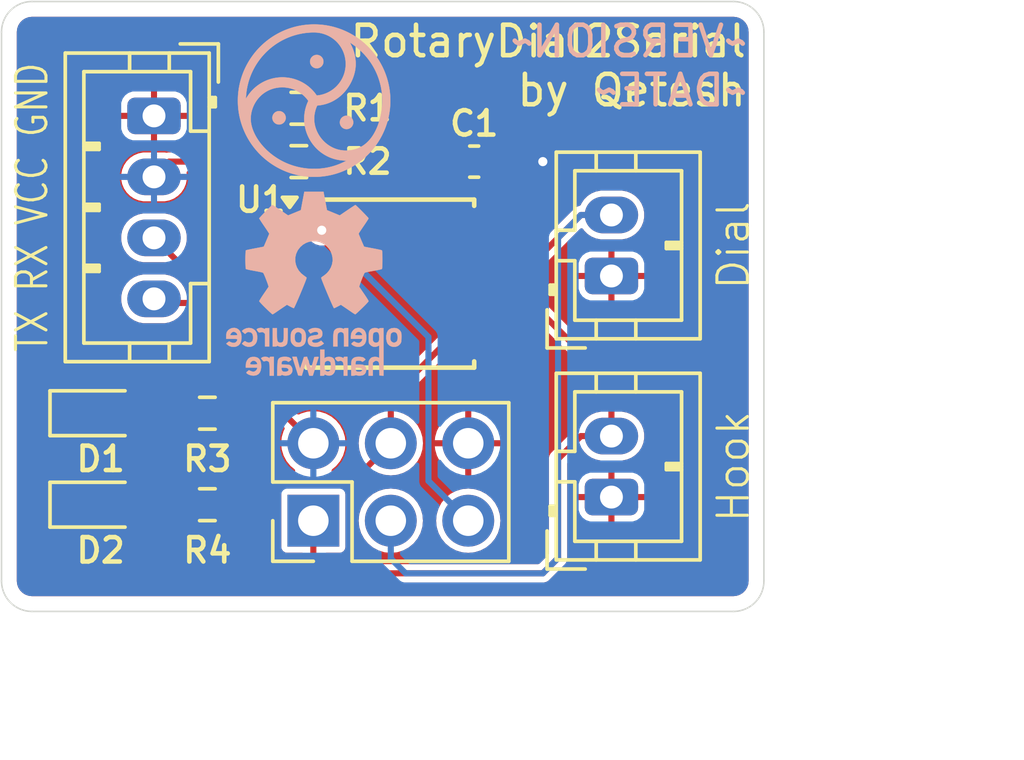
<source format=kicad_pcb>
(kicad_pcb (version 20240108) (generator "pcbnew") (generator_version "8.0")
  (title_block (title "RotaryDial to Serial") (date "${DATE}") (rev "${VERSION}") (company "Design by Qetesh"))
  (layers (0 "F.Cu" signal) (31 "B.Cu" signal) (34 "B.Paste" user) (35 "F.Paste" user) (36 "B.SilkS" user "B.Silkscreen") (37 "F.SilkS" user "F.Silkscreen") (38 "B.Mask" user) (39 "F.Mask" user) (44 "Edge.Cuts" user))
  (property "DATE" "~DATE~")
  (property "VERSION" "~VERSION~")
  (net 0 "")
  (net 1 "GND")
  (net 2 "VCC")
  (net 3 "Net-(D1-A)")
  (net 4 "Net-(D2-A)")
  (net 5 "/Dial")
  (net 6 "/Hook")
  (net 7 "/LED")
  (net 8 "/RESET")
  (net 9 "/RX")
  (net 10 "/TX")
  (footprint "Resistor_SMD:R_0603_1608Metric_Pad0.98x0.95mm_HandSolder" (layer "F.Cu") (at 119 104.25 180)
    (property "Reference" "R3" (at 0 -1.5 0) (layer "F.SilkS") (effects (font (size 0.8 0.8))))
    (property "Value" "680R")
    (pad "1" smd roundrect (at -0.9125 0 180) (size 0.975 0.95) (layers "F.Cu" "F.Paste" "F.Mask") (net 2 "VCC"))
    (pad "2" smd roundrect (at 0.9125 0 180) (size 0.975 0.95) (layers "F.Cu" "F.Paste" "F.Mask") (net 3 "Net-(D1-A)"))
  )
  (footprint "Connector_JST:JST_PH_B2B-PH-K_1x02_P2.00mm_Vertical" (layer "F.Cu") (at 132.25 99.75 90)
    (property "Reference" "J2" (hide yes))
    (property "Value" "Dial")
    (pad "1" thru_hole roundrect (at 0 0 90) (size 1.2 1.75) (drill 0.75) (layers "*.Cu" "*.Mask") (roundrect_rratio 0.208333) (net 1 "GND"))
    (pad "2" thru_hole oval (at 2 0 90) (size 1.2 1.75) (drill 0.75) (layers "*.Cu" "*.Mask") (net 5 "/Dial"))
  )
  (footprint "Connector_JST:JST_PH_B4B-PH-K_1x04_P2.00mm_Vertical" (layer "F.Cu") (at 117.25 94.5 -90)
    (property "Reference" "J4" (hide yes))
    (property "Value" "Serial")
    (pad "1" thru_hole roundrect (at 0 0 270) (size 1.2 1.75) (drill 0.75) (layers "*.Cu" "*.Mask") (roundrect_rratio 0.208333) (net 1 "GND"))
    (pad "2" thru_hole oval (at 2 0 270) (size 1.2 1.75) (drill 0.75) (layers "*.Cu" "*.Mask") (net 2 "VCC"))
    (pad "3" thru_hole oval (at 4 0 270) (size 1.2 1.75) (drill 0.75) (layers "*.Cu" "*.Mask") (net 9 "/RX"))
    (pad "4" thru_hole oval (at 6 0 270) (size 1.2 1.75) (drill 0.75) (layers "*.Cu" "*.Mask") (net 10 "/TX"))
  )
  (footprint "Resistor_SMD:R_0603_1608Metric_Pad0.98x0.95mm_HandSolder" (layer "F.Cu") (at 122 94.25)
    (property "Reference" "R1" (at 2.25 0 0) (layer "F.SilkS") (effects (font (size 0.8 0.8))))
    (property "Value" "100k")
    (pad "1" smd roundrect (at -0.9125 0) (size 0.975 0.95) (layers "F.Cu" "F.Paste" "F.Mask") (net 2 "VCC"))
    (pad "2" smd roundrect (at 0.9125 0) (size 0.975 0.95) (layers "F.Cu" "F.Paste" "F.Mask") (net 5 "/Dial"))
  )
  (footprint "LED_SMD:LED_0603_1608Metric_Pad1.05x0.95mm_HandSolder" (layer "F.Cu") (at 115.5 104.25)
    (property "Reference" "D1" (at 0 1.5 0) (layer "F.SilkS") (effects (font (size 0.8 0.8))))
    (property "Value" "Power")
    (pad "1" smd roundrect (at -0.875 0) (size 1.05 0.95) (layers "F.Cu" "F.Paste" "F.Mask") (net 1 "GND"))
    (pad "2" smd roundrect (at 0.875 0) (size 1.05 0.95) (layers "F.Cu" "F.Paste" "F.Mask") (net 3 "Net-(D1-A)"))
  )
  (footprint "Resistor_SMD:R_0603_1608Metric_Pad0.98x0.95mm_HandSolder" (layer "F.Cu") (at 122 96)
    (property "Reference" "R2" (at 2.25 0 0) (layer "F.SilkS") (effects (font (size 0.8 0.8))))
    (property "Value" "100k")
    (pad "1" smd roundrect (at -0.9125 0) (size 0.975 0.95) (layers "F.Cu" "F.Paste" "F.Mask") (net 2 "VCC"))
    (pad "2" smd roundrect (at 0.9125 0) (size 0.975 0.95) (layers "F.Cu" "F.Paste" "F.Mask") (net 6 "/Hook"))
  )
  (footprint "Connector_JST:JST_PH_B2B-PH-K_1x02_P2.00mm_Vertical" (layer "F.Cu") (at 132.25 107 90)
    (property "Reference" "J3" (hide yes))
    (property "Value" "Hook")
    (pad "1" thru_hole roundrect (at 0 0 90) (size 1.2 1.75) (drill 0.75) (layers "*.Cu" "*.Mask") (roundrect_rratio 0.208333) (net 1 "GND"))
    (pad "2" thru_hole oval (at 2 0 90) (size 1.2 1.75) (drill 0.75) (layers "*.Cu" "*.Mask") (net 6 "/Hook"))
  )
  (footprint "Connector_PinHeader_2.54mm:PinHeader_2x03_P2.54mm_Vertical" (layer "F.Cu") (at 122.475 107.775 90)
    (property "Reference" "J1" (hide yes))
    (property "Value" "ICSP")
    (pad "1" thru_hole rect (at 0 0 90) (size 1.7 1.7) (drill 1) (layers "*.Cu" "*.Mask") (net 6 "/Hook"))
    (pad "2" thru_hole oval (at 2.54 0 90) (size 1.7 1.7) (drill 1) (layers "*.Cu" "*.Mask") (net 2 "VCC"))
    (pad "3" thru_hole oval (at 0 2.54 90) (size 1.7 1.7) (drill 1) (layers "*.Cu" "*.Mask") (net 5 "/Dial"))
    (pad "4" thru_hole oval (at 2.54 2.54 90) (size 1.7 1.7) (drill 1) (layers "*.Cu" "*.Mask") (net 7 "/LED"))
    (pad "5" thru_hole oval (at 0 5.08 90) (size 1.7 1.7) (drill 1) (layers "*.Cu" "*.Mask") (net 8 "/RESET"))
    (pad "6" thru_hole oval (at 2.54 5.08 90) (size 1.7 1.7) (drill 1) (layers "*.Cu" "*.Mask") (net 1 "GND"))
  )
  (footprint "Package_SO:SOIC-8W_5.3x5.3mm_P1.27mm" (layer "F.Cu") (at 125 100)
    (property "Reference" "U1" (at -4.25 -2.75 0) (layer "F.SilkS") (effects (font (size 0.8 0.8))))
    (property "Value" "ATtiny85-20S")
    (pad "1" smd rect (at -3.65 -1.905) (size 1.7 0.65) (layers "F.Cu" "F.Paste" "F.Mask") (net 8 "/RESET"))
    (pad "2" smd rect (at -3.65 -0.635) (size 1.7 0.65) (layers "F.Cu" "F.Paste" "F.Mask") (net 9 "/RX"))
    (pad "3" smd rect (at -3.65 0.635) (size 1.7 0.65) (layers "F.Cu" "F.Paste" "F.Mask") (net 10 "/TX"))
    (pad "4" smd rect (at -3.65 1.905) (size 1.7 0.65) (layers "F.Cu" "F.Paste" "F.Mask") (net 1 "GND"))
    (pad "5" smd rect (at 3.65 1.905) (size 1.7 0.65) (layers "F.Cu" "F.Paste" "F.Mask") (net 7 "/LED"))
    (pad "6" smd rect (at 3.65 0.635) (size 1.7 0.65) (layers "F.Cu" "F.Paste" "F.Mask") (net 6 "/Hook"))
    (pad "7" smd rect (at 3.65 -0.635) (size 1.7 0.65) (layers "F.Cu" "F.Paste" "F.Mask") (net 5 "/Dial"))
    (pad "8" smd rect (at 3.65 -1.905) (size 1.7 0.65) (layers "F.Cu" "F.Paste" "F.Mask") (net 2 "VCC"))
  )
  (footprint "LED_SMD:LED_0603_1608Metric_Pad1.05x0.95mm_HandSolder" (layer "F.Cu") (at 115.5 107.25)
    (property "Reference" "D2" (at 0 1.5 0) (layer "F.SilkS") (effects (font (size 0.8 0.8))))
    (property "Value" "Status")
    (pad "1" smd roundrect (at -0.875 0) (size 1.05 0.95) (layers "F.Cu" "F.Paste" "F.Mask") (net 1 "GND"))
    (pad "2" smd roundrect (at 0.875 0) (size 1.05 0.95) (layers "F.Cu" "F.Paste" "F.Mask") (net 4 "Net-(D2-A)"))
  )
  (footprint "Resistor_SMD:R_0603_1608Metric_Pad0.98x0.95mm_HandSolder" (layer "F.Cu") (at 119 107.25 180)
    (property "Reference" "R4" (at 0 -1.5 0) (layer "F.SilkS") (effects (font (size 0.8 0.8))))
    (property "Value" "680R")
    (pad "1" smd roundrect (at -0.9125 0 180) (size 0.975 0.95) (layers "F.Cu" "F.Paste" "F.Mask") (net 7 "/LED"))
    (pad "2" smd roundrect (at 0.9125 0 180) (size 0.975 0.95) (layers "F.Cu" "F.Paste" "F.Mask") (net 4 "Net-(D2-A)"))
  )
  (footprint "Capacitor_SMD:C_0603_1608Metric_Pad1.08x0.95mm_HandSolder" (layer "F.Cu") (at 127.75 96)
    (property "Reference" "C1" (at 0 -1.25 0) (layer "F.SilkS") (effects (font (size 0.8 0.8))))
    (property "Value" "100n")
    (pad "1" smd roundrect (at -0.8625 0) (size 1.075 0.95) (layers "F.Cu" "F.Paste" "F.Mask") (net 1 "GND"))
    (pad "2" smd roundrect (at 0.8625 0) (size 1.075 0.95) (layers "F.Cu" "F.Paste" "F.Mask") (net 2 "VCC"))
  )
  (footprint "My_Footprints:CutieMark5mmInverted" (layer "B.Cu") (at 122.5 94 180)
    (property "Reference" "G***" (hide yes))
    (property "Value" "LOGO" (hide yes))
  )
  (footprint "Symbol:OSHW-Logo_5.7x6mm_SilkScreen" (layer "B.Cu") (at 122.5 100 180)
    (property "Reference" "REF**" (hide yes))
    (property "Value" "OSHW-Logo_5.7x6mm_SilkScreen" (hide yes))
  )
  (gr_line (start 137.25 91.75) (end 137.25 109.75) (stroke (width 0.05)) (layer "Edge.Cuts"))
  (gr_line (start 136.25 110.75) (end 113.25 110.75) (stroke (width 0.05)) (layer "Edge.Cuts"))
  (gr_arc (start 112.25 91.75) (mid 112.542893 91.042893) (end 113.25 90.75) (stroke (width 0.05)) (layer "Edge.Cuts"))
  (gr_line (start 112.25 109.75) (end 112.25 91.75) (stroke (width 0.05)) (layer "Edge.Cuts"))
  (gr_arc (start 137.25 109.75) (mid 136.957107 110.457107) (end 136.25 110.75) (stroke (width 0.05)) (layer "Edge.Cuts"))
  (gr_arc (start 136.25 90.75) (mid 136.957107 91.042893) (end 137.25 91.75) (stroke (width 0.05)) (layer "Edge.Cuts"))
  (gr_line (start 113.25 90.75) (end 136.25 90.75) (stroke (width 0.05)) (layer "Edge.Cuts"))
  (gr_arc (start 113.25 110.75) (mid 112.542893 110.457107) (end 112.25 109.75) (stroke (width 0.05)) (layer "Edge.Cuts"))
  (gr_text "${VERSION}\n${DATE}" (at 136.75 94.25 0) (layer "B.SilkS") (effects (font (size 1 1)) (justify left bottom mirror)))
  (gr_text "RotaryDial2Serial\nby Qetesh" (at 136.75 94.25 0) (layer "F.SilkS") (effects (font (size 1 1)) (justify right bottom)))
  (gr_text "Dial" (at 136.25 98.75 90) (layer "F.SilkS") (effects (font (size 1 1) (thickness 0.1))))
  (gr_text "TX RX VCC GND" (at 113.25 97.5 90) (layer "F.SilkS") (effects (font (size 1 0.8) (thickness 0.1))))
  (gr_text "Hook" (at 136.25 106 90) (layer "F.SilkS") (effects (font (size 1 1) (thickness 0.1))))
  (segment (start 128.6125 98.0575) (end 128.65 98.095) (width 0.2) (layer "F.Cu") (net 2))
  (segment (start 121.0875 96) (end 117.75 96) (width 0.2) (layer "F.Cu") (net 2))
  (segment (start 117.75 96) (end 117.25 96.5) (width 0.2) (layer "F.Cu") (net 2))
  (segment (start 121.0875 94.25) (end 121.0875 96) (width 0.2) (layer "F.Cu") (net 2))
  (segment (start 121.49 104.25) (end 122.475 105.235) (width 0.2) (layer "F.Cu") (net 2))
  (segment (start 128.6125 96) (end 130 96) (width 0.4) (layer "F.Cu") (net 2))
  (segment (start 119.9125 104.25) (end 121.49 104.25) (width 0.2) (layer "F.Cu") (net 2))
  (segment (start 128.6125 96) (end 128.6125 98.0575) (width 0.4) (layer "F.Cu") (net 2))
  (via (at 130 96) (size 0.6) (drill 0.3) (layers "F.Cu" "B.Cu") (net 2))
  (segment (start 118.0875 104.25) (end 116.375 104.25) (width 0.2) (layer "F.Cu") (net 3))
  (segment (start 118.0875 107.25) (end 116.375 107.25) (width 0.2) (layer "F.Cu") (net 4))
  (segment (start 127.430686 99.365) (end 123.7 95.634314) (width 0.2) (layer "F.Cu") (net 5))
  (segment (start 123.7 95.634314) (end 123.7 95.0375) (width 0.2) (layer "F.Cu") (net 5))
  (segment (start 132.25 97.75) (end 131.25 97.75) (width 0.2) (layer "F.Cu") (net 5))
  (segment (start 123.7 95.0375) (end 122.9125 94.25) (width 0.2) (layer "F.Cu") (net 5))
  (segment (start 129.635 99.365) (end 128.65 99.365) (width 0.2) (layer "F.Cu") (net 5))
  (segment (start 128.65 99.365) (end 127.430686 99.365) (width 0.2) (layer "F.Cu") (net 5))
  (segment (start 131.25 97.75) (end 129.635 99.365) (width 0.2) (layer "F.Cu") (net 5))
  (segment (start 125.5 109.5) (end 130 109.5) (width 0.2) (layer "B.Cu") (net 5))
  (segment (start 125.015 107.775) (end 125.015 109.015) (width 0.2) (layer "B.Cu") (net 5))
  (segment (start 125.015 109.015) (end 125.5 109.5) (width 0.2) (layer "B.Cu") (net 5))
  (segment (start 130 109.5) (end 130.5 109) (width 0.2) (layer "B.Cu") (net 5))
  (segment (start 130.5 109) (end 130.5 98.5) (width 0.2) (layer "B.Cu") (net 5))
  (segment (start 131.25 97.75) (end 132.25 97.75) (width 0.2) (layer "B.Cu") (net 5))
  (segment (start 130.5 98.5) (end 131.25 97.75) (width 0.2) (layer "B.Cu") (net 5))
  (segment (start 132.25 105) (end 132.25 103.25) (width 0.2) (layer "F.Cu") (net 6))
  (segment (start 123 109.5) (end 130 109.5) (width 0.2) (layer "F.Cu") (net 6))
  (segment (start 132.25 103.25) (end 129.635 100.635) (width 0.2) (layer "F.Cu") (net 6))
  (segment (start 131.25 105) (end 132.25 105) (width 0.2) (layer "F.Cu") (net 6))
  (segment (start 128.65 100.635) (end 128.135 100.635) (width 0.2) (layer "F.Cu") (net 6))
  (segment (start 123.5 96) (end 122.9125 96) (width 0.2) (layer "F.Cu") (net 6))
  (segment (start 130.5 109) (end 130.5 105.75) (width 0.2) (layer "F.Cu") (net 6))
  (segment (start 129.635 100.635) (end 128.65 100.635) (width 0.2) (layer "F.Cu") (net 6))
  (segment (start 122.475 107.775) (end 122.475 108.975) (width 0.2) (layer "F.Cu") (net 6))
  (segment (start 130 109.5) (end 130.5 109) (width 0.2) (layer "F.Cu") (net 6))
  (segment (start 128.135 100.635) (end 123.5 96) (width 0.2) (layer "F.Cu") (net 6))
  (segment (start 122.475 108.975) (end 123 109.5) (width 0.2) (layer "F.Cu") (net 6))
  (segment (start 130.5 105.75) (end 131.25 105) (width 0.2) (layer "F.Cu") (net 6))
  (segment (start 125.015 103.735) (end 126.845 101.905) (width 0.2) (layer "F.Cu") (net 7))
  (segment (start 125.015 105.235) (end 125.015 103.735) (width 0.2) (layer "F.Cu") (net 7))
  (segment (start 123.75 106.5) (end 125.015 105.235) (width 0.2) (layer "F.Cu") (net 7))
  (segment (start 120.6625 106.5) (end 123.75 106.5) (width 0.2) (layer "F.Cu") (net 7))
  (segment (start 119.9125 107.25) (end 120.0475 107.385) (width 0.2) (layer "F.Cu") (net 7))
  (segment (start 126.845 101.905) (end 128.65 101.905) (width 0.2) (layer "F.Cu") (net 7))
  (segment (start 119.9125 107.25) (end 120.6625 106.5) (width 0.2) (layer "F.Cu") (net 7))
  (segment (start 122.75 98.25) (end 121.505 98.25) (width 0.2) (layer "F.Cu") (net 8))
  (segment (start 121.505 98.25) (end 121.35 98.095) (width 0.2) (layer "F.Cu") (net 8))
  (via (at 122.75 98.25) (size 0.6) (drill 0.3) (layers "F.Cu" "B.Cu") (net 8))
  (segment (start 126.25 101.75) (end 122.75 98.25) (width 0.2) (layer "B.Cu") (net 8))
  (segment (start 126.25 106.47) (end 126.25 101.75) (width 0.2) (layer "B.Cu") (net 8))
  (segment (start 127.555 107.775) (end 126.25 106.47) (width 0.2) (layer "B.Cu") (net 8))
  (segment (start 118.115 99.365) (end 117.25 98.5) (width 0.2) (layer "F.Cu") (net 9))
  (segment (start 121.35 99.365) (end 118.115 99.365) (width 0.2) (layer "F.Cu") (net 9))
  (segment (start 121.35 100.635) (end 117.385 100.635) (width 0.2) (layer "F.Cu") (net 10))
  (segment (start 117.385 100.635) (end 117.25 100.5) (width 0.2) (layer "F.Cu") (net 10))
  (zone (net 1) (net_name "GND") (layer "F.Cu") (connect_pads (clearance 0.2)) (min_thickness 0.127) (fill yes (thermal_gap 0.25) (thermal_bridge_width 0.2))
    (polygon (pts (xy 112.25 90.75) (xy 112.25 110.75) (xy 137.25 110.75) (xy 137.25 90.75)))
  )
  (zone (net 2) (net_name "VCC") (layer "B.Cu") (priority 1) (connect_pads (clearance 0.2)) (min_thickness 0.127) (fill yes (thermal_gap 0.25) (thermal_bridge_width 0.2))
    (polygon (pts (xy 112.25 90.75) (xy 112.25 110.75) (xy 137.25 110.75) (xy 137.25 90.75)))
  )
)
</source>
